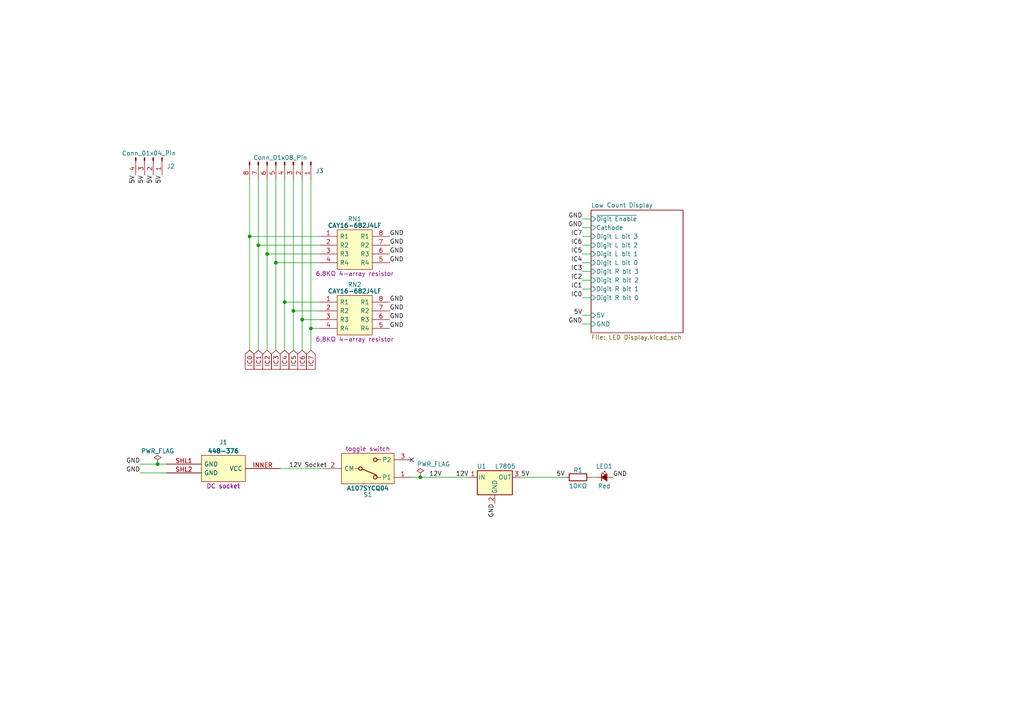
<source format=kicad_sch>
(kicad_sch (version 20231120) (generator "eeschema") (generator_version "8.0")
  (paper "A4")
  (title_block (title "W65C816 Opcode Display") (date "2024-11-28") (rev "V0"))
  (lib_symbols
    (symbol "Bourns:CAY16-682J4LF" (pin_names (offset 0.762))
      (property "Reference" "RN" (at 10.16 5.08 0))
      (property "Value" "CAY16-682J4LF" (at 10.16 3.175 0))
      (property "Description" "6.8KΩ 4-array resistor" (at 10.16 -10.795 0))
      (symbol "CAY16-682J4LF_0_0"
        (pin passive line (at 0 0 0) (length 5.08) (name "R1") (number "1"))
        (pin passive line (at 0 -2.54 0) (length 5.08) (name "R2") (number "2"))
        (pin passive line (at 0 -5.08 0) (length 5.08) (name "R3") (number "3"))
        (pin passive line (at 0 -7.62 0) (length 5.08) (name "R4") (number "4"))
        (pin passive line (at 20.32 -7.62 180) (length 5.08) (name "R4") (number "5"))
        (pin passive line (at 20.32 -5.08 180) (length 5.08) (name "R3") (number "6"))
        (pin passive line (at 20.32 -2.54 180) (length 5.08) (name "R2") (number "7"))
        (pin passive line (at 20.32 0 180) (length 5.08) (name "R1") (number "8"))
      )
      (symbol "CAY16-682J4LF_0_1"
        (polyline (pts (xy 5.08 1.905) (xy 15.24 1.905) (xy 15.24 -9.525) (xy 5.08 -9.525) (xy 5.08 1.905)) (stroke (width 0.1524)) (fill (type background)))
      )
    )
    (symbol "Connector:Conn_01x04_Pin" (pin_names (offset 1.016) hide)
      (property "Reference" "J" (at 0 5.08 0))
      (property "Value" "Conn_01x04_Pin" (at 0 -7.62 0))
      (symbol "Conn_01x04_Pin_1_1"
        (polyline (pts (xy 1.27 -5.08) (xy 0.8636 -5.08)) (stroke (width 0.1524)))
        (polyline (pts (xy 1.27 -2.54) (xy 0.8636 -2.54)) (stroke (width 0.1524)))
        (polyline (pts (xy 1.27 0) (xy 0.8636 0)) (stroke (width 0.1524)))
        (polyline (pts (xy 1.27 2.54) (xy 0.8636 2.54)) (stroke (width 0.1524)))
        (rectangle (start 0.8636 -4.953) (end 0 -5.207) (stroke (width 0.1524)) (fill (type outline)))
        (rectangle (start 0.8636 -2.413) (end 0 -2.667) (stroke (width 0.1524)) (fill (type outline)))
        (rectangle (start 0.8636 0.127) (end 0 -0.127) (stroke (width 0.1524)) (fill (type outline)))
        (rectangle (start 0.8636 2.667) (end 0 2.413) (stroke (width 0.1524)) (fill (type outline)))
        (pin passive line (at 5.08 2.54 180) (length 3.81) (name "Pin_1") (number "1"))
        (pin passive line (at 5.08 0 180) (length 3.81) (name "Pin_2") (number "2"))
        (pin passive line (at 5.08 -2.54 180) (length 3.81) (name "Pin_3") (number "3"))
        (pin passive line (at 5.08 -5.08 180) (length 3.81) (name "Pin_4") (number "4"))
      )
    )
    (symbol "Connector:Conn_01x08_Pin" (pin_names (offset 1.016) hide)
      (property "Reference" "J" (at 0 10.16 0))
      (property "Value" "Conn_01x08_Pin" (at 0 -12.7 0))
      (symbol "Conn_01x08_Pin_1_1"
        (polyline (pts (xy 1.27 -10.16) (xy 0.8636 -10.16)) (stroke (width 0.1524)))
        (polyline (pts (xy 1.27 -7.62) (xy 0.8636 -7.62)) (stroke (width 0.1524)))
        (polyline (pts (xy 1.27 -5.08) (xy 0.8636 -5.08)) (stroke (width 0.1524)))
        (polyline (pts (xy 1.27 -2.54) (xy 0.8636 -2.54)) (stroke (width 0.1524)))
        (polyline (pts (xy 1.27 0) (xy 0.8636 0)) (stroke (width 0.1524)))
        (polyline (pts (xy 1.27 2.54) (xy 0.8636 2.54)) (stroke (width 0.1524)))
        (polyline (pts (xy 1.27 5.08) (xy 0.8636 5.08)) (stroke (width 0.1524)))
        (polyline (pts (xy 1.27 7.62) (xy 0.8636 7.62)) (stroke (width 0.1524)))
        (rectangle (start 0.8636 -10.033) (end 0 -10.287) (stroke (width 0.1524)) (fill (type outline)))
        (rectangle (start 0.8636 -7.493) (end 0 -7.747) (stroke (width 0.1524)) (fill (type outline)))
        (rectangle (start 0.8636 -4.953) (end 0 -5.207) (stroke (width 0.1524)) (fill (type outline)))
        (rectangle (start 0.8636 -2.413) (end 0 -2.667) (stroke (width 0.1524)) (fill (type outline)))
        (rectangle (start 0.8636 0.127) (end 0 -0.127) (stroke (width 0.1524)) (fill (type outline)))
        (rectangle (start 0.8636 2.667) (end 0 2.413) (stroke (width 0.1524)) (fill (type outline)))
        (rectangle (start 0.8636 5.207) (end 0 4.953) (stroke (width 0.1524)) (fill (type outline)))
        (rectangle (start 0.8636 7.747) (end 0 7.493) (stroke (width 0.1524)) (fill (type outline)))
        (pin passive line (at 5.08 7.62 180) (length 3.81) (name "Pin_1") (number "1"))
        (pin passive line (at 5.08 5.08 180) (length 3.81) (name "Pin_2") (number "2"))
        (pin passive line (at 5.08 2.54 180) (length 3.81) (name "Pin_3") (number "3"))
        (pin passive line (at 5.08 0 180) (length 3.81) (name "Pin_4") (number "4"))
        (pin passive line (at 5.08 -2.54 180) (length 3.81) (name "Pin_5") (number "5"))
        (pin passive line (at 5.08 -5.08 180) (length 3.81) (name "Pin_6") (number "6"))
        (pin passive line (at 5.08 -7.62 180) (length 3.81) (name "Pin_7") (number "7"))
        (pin passive line (at 5.08 -10.16 180) (length 3.81) (name "Pin_8") (number "8"))
      )
    )
    (symbol "Device:R" (pin_numbers hide) (pin_names (offset 0))
      (property "Reference" "R" (at 2.032 0 90))
      (property "Value" "R" (at 0 0 90))
      (symbol "R_0_1"
        (rectangle (start -1.016 -2.54) (end 1.016 2.54) (stroke (width 0.254)))
      )
      (symbol "R_1_1"
        (pin passive line (at 0 3.81 270) (length 1.27) (name "~") (number "1"))
        (pin passive line (at 0 -3.81 90) (length 1.27) (name "~") (number "2"))
      )
    )
    (symbol "HCP65:LED" (pin_numbers hide) (pin_names (offset 0.254) hide)
      (property "Reference" "LED" (at 0 3.175 0))
      (property "Value" "Colour" (at 0 -2.54 0))
      (symbol "LED_0_1"
        (polyline (pts (xy -0.762 -1.016) (xy -0.762 1.016)) (stroke (width 0.254)))
        (polyline (pts (xy 0.762 -1.016) (xy -0.762 0) (xy 0.762 1.016) (xy 0.762 -1.016)) (stroke (width 0.254)) (fill (type outline)))
        (polyline (pts (xy 0 0.762) (xy -0.508 1.27) (xy -0.254 1.27) (xy -0.508 1.27) (xy -0.508 1.016)))
        (polyline (pts (xy 0.508 1.27) (xy 0 1.778) (xy 0.254 1.778) (xy 0 1.778) (xy 0 1.524)))
      )
      (symbol "LED_1_1"
        (pin passive line (at -2.54 0 0) (length 1.778) (name "K") (number "1"))
        (pin passive line (at 2.54 0 180) (length 1.778) (name "A") (number "2"))
      )
    )
    (symbol "RS_Components:448-376" (pin_names (offset 0.762))
      (property "Reference" "J" (at 11.43 6.35 0))
      (property "Value" "448-376" (at 11.43 3.81 0))
      (property "Description" "DC socket" (at 11.43 -6.35 0))
      (symbol "448-376_0_1"
        (polyline (pts (xy 5.08 2.54) (xy 17.78 2.54) (xy 17.78 -5.08) (xy 5.08 -5.08) (xy 5.08 2.54)) (stroke (width 0.1524)) (fill (type background)))
      )
      (symbol "448-376_1_0"
        (pin passive line (at -5.08 -1.27 0) (length 10.16) (name "VCC") (number "INNER"))
        (pin passive line (at 27.94 0 180) (length 10.16) (name "GND") (number "SHL1"))
        (pin passive line (at 27.94 -2.54 180) (length 10.16) (name "GND") (number "SHL2"))
      )
    )
    (symbol "Regulator_Linear:L7805" (pin_names (offset 0.254))
      (property "Reference" "U" (at -3.81 3.175 0))
      (property "Value" "L7805" (at 0 3.175 0))
      (symbol "L7805_0_1"
        (rectangle (start -5.08 1.905) (end 5.08 -5.08) (stroke (width 0.254)) (fill (type background)))
      )
      (symbol "L7805_1_1"
        (pin power_in line (at -7.62 0 0) (length 2.54) (name "IN") (number "1"))
        (pin power_in line (at 0 -7.62 90) (length 2.54) (name "GND") (number "2"))
        (pin power_out line (at 7.62 0 180) (length 2.54) (name "OUT") (number "3"))
      )
    )
    (symbol "TE_Connectivity:A107SYCQ04" (pin_names (offset 0.762))
      (property "Reference" "S" (at 12.7 5.08 0))
      (property "Value" "A107SYCQ04" (at 12.7 3.175 0))
      (property "Description" "toggle switch" (at 12.7 -8.255 0))
      (symbol "A107SYCQ04_0_0"
        (pin passive line (at 25.4 0 180) (length 5.08) (name "P1") (number "1"))
        (pin passive line (at 0 -2.54 0) (length 5.08) (name "CM") (number "2"))
        (pin passive line (at 25.4 -5.08 180) (length 5.08) (name "P2") (number "3"))
      )
      (symbol "A107SYCQ04_0_1"
        (polyline (pts (xy 5.08 1.905) (xy 20.32 1.905) (xy 20.32 -6.985) (xy 5.08 -6.985) (xy 5.08 1.905)) (stroke (width 0.1524)) (fill (type background)))
      )
      (symbol "A107SYCQ04_1_1"
        (polyline (pts (xy 8.89 -2.54) (xy 9.906 -2.54)))
        (polyline (pts (xy 11.049 -2.413) (xy 15.24 -0.635)) (stroke (width 0.254)))
        (polyline (pts (xy 16.51 -5.08) (xy 15.494 -5.08)))
        (polyline (pts (xy 16.51 0) (xy 15.494 0)))
        (circle (center 10.541 -2.54) (radius 0.508) (stroke (width 0.254)))
        (circle (center 14.859 -5.08) (radius 0.508) (stroke (width 0.254)))
        (circle (center 14.859 0) (radius 0.508) (stroke (width 0.254)))
      )
    )
    (symbol "power:PWR_FLAG" (power) (pin_numbers hide) (pin_names (offset 0) hide)
      (property "Value" "PWR_FLAG" (at 0 3.81 0))
      (symbol "PWR_FLAG_0_0"
        (pin power_out line (at 0 0 90) (length 0) (name "~") (number "1"))
      )
      (symbol "PWR_FLAG_0_1"
        (polyline (pts (xy 0 0) (xy 0 1.27) (xy -1.016 1.905) (xy 0 2.54) (xy 1.016 1.905) (xy 0 1.27)))
      )
    )
  )
  (junction (at 85.09 90.17))
  (junction (at 90.17 95.25))
  (junction (at 77.47 73.66))
  (junction (at 121.92 138.43))
  (junction (at 80.01 76.2))
  (junction (at 74.93 71.12))
  (junction (at 82.55 87.63))
  (junction (at 87.63 92.71))
  (junction (at 45.72 134.62))
  (junction (at 72.39 68.58))
  (no_connect (at 119.38 133.35))
  (wire (pts (xy 168.91 63.5) (xy 171.45 63.5)))
  (wire (pts (xy 151.13 138.43) (xy 163.83 138.43)))
  (wire (pts (xy 93.98 135.89) (xy 81.28 135.89)))
  (wire (pts (xy 168.91 78.74) (xy 171.45 78.74)))
  (wire (pts (xy 45.72 134.62) (xy 48.26 134.62)))
  (wire (pts (xy 168.91 73.66) (xy 171.45 73.66)))
  (wire (pts (xy 80.01 101.6) (xy 80.01 76.2)))
  (wire (pts (xy 90.17 95.25) (xy 92.71 95.25)))
  (wire (pts (xy 77.47 73.66) (xy 92.71 73.66)))
  (wire (pts (xy 121.92 138.43) (xy 119.38 138.43)))
  (wire (pts (xy 90.17 101.6) (xy 90.17 95.25)))
  (wire (pts (xy 168.91 81.28) (xy 171.45 81.28)))
  (wire (pts (xy 90.17 95.25) (xy 90.17 52.07)))
  (wire (pts (xy 48.26 137.16) (xy 40.64 137.16)))
  (wire (pts (xy 87.63 92.71) (xy 92.71 92.71)))
  (wire (pts (xy 87.63 101.6) (xy 87.63 92.71)))
  (wire (pts (xy 85.09 90.17) (xy 85.09 52.07)))
  (wire (pts (xy 168.91 68.58) (xy 171.45 68.58)))
  (wire (pts (xy 168.91 76.2) (xy 171.45 76.2)))
  (wire (pts (xy 168.91 66.04) (xy 171.45 66.04)))
  (wire (pts (xy 40.64 134.62) (xy 45.72 134.62)))
  (wire (pts (xy 74.93 71.12) (xy 92.71 71.12)))
  (wire (pts (xy 77.47 101.6) (xy 77.47 73.66)))
  (wire (pts (xy 72.39 101.6) (xy 72.39 68.58)))
  (wire (pts (xy 171.45 138.43) (xy 172.72 138.43)))
  (wire (pts (xy 80.01 76.2) (xy 80.01 52.07)))
  (wire (pts (xy 168.91 71.12) (xy 171.45 71.12)))
  (wire (pts (xy 72.39 68.58) (xy 92.71 68.58)))
  (wire (pts (xy 82.55 87.63) (xy 92.71 87.63)))
  (wire (pts (xy 80.01 76.2) (xy 92.71 76.2)))
  (wire (pts (xy 121.92 138.43) (xy 135.89 138.43)))
  (wire (pts (xy 77.47 73.66) (xy 77.47 52.07)))
  (wire (pts (xy 168.91 83.82) (xy 171.45 83.82)))
  (wire (pts (xy 168.91 93.98) (xy 171.45 93.98)))
  (wire (pts (xy 74.93 71.12) (xy 74.93 52.07)))
  (wire (pts (xy 168.91 91.44) (xy 171.45 91.44)))
  (wire (pts (xy 85.09 101.6) (xy 85.09 90.17)))
  (wire (pts (xy 85.09 90.17) (xy 92.71 90.17)))
  (wire (pts (xy 74.93 101.6) (xy 74.93 71.12)))
  (wire (pts (xy 82.55 101.6) (xy 82.55 87.63)))
  (wire (pts (xy 82.55 87.63) (xy 82.55 52.07)))
  (wire (pts (xy 87.63 92.71) (xy 87.63 52.07)))
  (wire (pts (xy 72.39 68.58) (xy 72.39 52.07)))
  (wire (pts (xy 168.91 86.36) (xy 171.45 86.36)))
  (label "GND" (at 113.03 71.12 0))
  (label "5V" (at 41.91 50.8 270))
  (label "GND" (at 168.91 93.98 180))
  (label "IC3" (at 168.91 78.74 180))
  (label "IC5" (at 168.91 73.66 180))
  (label "GND" (at 113.03 95.25 0))
  (label "12V" (at 135.89 138.43 180))
  (label "GND" (at 113.03 87.63 0))
  (label "GND" (at 113.03 92.71 0))
  (label "IC4" (at 168.91 76.2 180))
  (label "GND" (at 40.64 134.62 180))
  (label "GND" (at 168.91 63.5 180))
  (label "5V" (at 151.13 138.43 0))
  (label "IC2" (at 168.91 81.28 180))
  (label "5V" (at 46.99 50.8 270))
  (label "IC6" (at 168.91 71.12 180))
  (label "12V Socket" (at 83.82 135.89 0))
  (label "IC1" (at 168.91 83.82 180))
  (label "IC0" (at 168.91 86.36 180))
  (label "GND" (at 113.03 76.2 0))
  (label "5V" (at 168.91 91.44 180))
  (label "GND" (at 113.03 68.58 0))
  (label "5V" (at 39.37 50.8 270))
  (label "GND" (at 143.51 146.05 270))
  (label "12V" (at 124.46 138.43 0))
  (label "GND" (at 177.8 138.43 0))
  (label "IC7" (at 168.91 68.58 180))
  (label "GND" (at 168.91 66.04 180))
  (label "GND" (at 40.64 137.16 180))
  (label "GND" (at 113.03 90.17 0))
  (label "GND" (at 113.03 73.66 0))
  (label "5V" (at 44.45 50.8 270))
  (label "5V" (at 163.83 138.43 180))
  (global_label "IC2" (shape input) (at 77.47 101.6 270) (property "Intersheetrefs" "${INTERSHEET_REFS}" (effects (hide yes))))
  (global_label "IC7" (shape input) (at 90.17 101.6 270) (property "Intersheetrefs" "${INTERSHEET_REFS}" (effects (hide yes))))
  (global_label "IC5" (shape input) (at 85.09 101.6 270) (property "Intersheetrefs" "${INTERSHEET_REFS}" (effects (hide yes))))
  (global_label "IC6" (shape input) (at 87.63 101.6 270) (property "Intersheetrefs" "${INTERSHEET_REFS}" (effects (hide yes))))
  (global_label "IC4" (shape input) (at 82.55 101.6 270) (property "Intersheetrefs" "${INTERSHEET_REFS}" (effects (hide yes))))
  (global_label "IC3" (shape input) (at 80.01 101.6 270) (property "Intersheetrefs" "${INTERSHEET_REFS}" (effects (hide yes))))
  (global_label "IC0" (shape input) (at 72.39 101.6 270) (property "Intersheetrefs" "${INTERSHEET_REFS}" (effects (hide yes))))
  (global_label "IC1" (shape input) (at 74.93 101.6 270) (property "Intersheetrefs" "${INTERSHEET_REFS}" (effects (hide yes))))
  (symbol (lib_id "Bourns:CAY16-682J4LF") (at 92.71 68.58 0) (unit 1)
    (property "Reference" "RN1" (at 102.87 63.5 0))
    (property "Value" "CAY16-682J4LF" (at 102.87 65.405 0) (effects (font (bold yes))))
    (property "Footprint" "SamacSys_Parts:CAY16-J4" (effects (hide yes)))
    (property "Datasheet" "https://www.bourns.com/pdfs/CATCAY.pdf" (effects (hide yes)))
    (property "Description" "6.8KΩ 4-array resistor" (at 102.87 79.375 0))
    (property "Manufacturer_Name" "Bourns" (effects (hide yes)))
    (property "Silkscreen" "6.8KΩ" (effects (hide yes)))
  )
  (symbol (lib_id "RS_Components:448-376") (at 76.2 134.62 0) (mirror y) (unit 1)
    (property "Reference" "J1" (at 64.77 128.27 0))
    (property "Value" "448-376" (at 64.77 130.81 0) (effects (font (bold yes))))
    (property "Footprint" "SamacSys_Parts:448376" (effects (hide yes)))
    (property "Datasheet" "https://docs.rs-online.com/902a/0900766b81582446.pdf" (effects (hide yes)))
    (property "Description" "DC socket" (at 64.77 140.97 0))
    (property "Height" "11" (effects (hide yes)))
    (property "Manufacturer_Name" "RS Components" (effects (hide yes)))
    (property "Manufacturer_Part_Number" "448-376" (effects (hide yes)))
  )
  (symbol (lib_id "Regulator_Linear:L7805") (at 143.51 138.43 0) (unit 1)
    (property "Reference" "U1" (at 139.7 135.255 0))
    (property "Value" "L7805" (at 143.51 135.255 0) (effects (justify left)))
    (property "Footprint" "SamacSys_Parts:TO-220-3_Vertical" (effects (hide yes)))
    (property "Datasheet" "http://www.st.com/content/ccc/resource/technical/document/datasheet/41/4f/b3/b0/12/d4/47/88/CD00000444.pdf/files/CD00000444.pdf/jcr:content/translations/en.CD00000444.pdf" (effects (hide yes)))
    (property "Description" "Positive 1.5A 35V Linear Regulator, Fixed Output 5V, TO-220/TO-263/TO-252" (effects (hide yes)))
  )
  (symbol (lib_id "power:PWR_FLAG") (at 121.92 138.43 0) (mirror y) (unit 1)
    (property "Reference" "#FLG02" (effects (hide yes)))
    (property "Value" "PWR_FLAG" (at 125.73 134.62 0))
    (property "Description" "Special symbol for telling ERC where power comes from" (effects (hide yes)))
  )
  (symbol (lib_id "TE_Connectivity:A107SYCQ04") (at 93.98 138.43 0) (mirror x) (unit 1)
    (property "Reference" "S1" (at 106.68 143.51 0))
    (property "Value" "A107SYCQ04" (at 106.68 141.605 0) (effects (font (bold yes))))
    (property "Footprint" "SamacSys_Parts:A107SYCQ04" (effects (hide yes)))
    (property "Datasheet" "https://www.te.com/commerce/DocumentDelivery/DDEController?Action=showdoc&DocId=Customer+Drawing%7F1825137%7FA8%7Fpdf%7FEnglish%7FENG_CD_1825137_A8.pdf%7F5-1825137-1" (effects (hide yes)))
    (property "Description" "toggle switch" (at 106.68 130.175 0))
    (property "Height" "28.194" (effects (hide yes)))
    (property "Manufacturer_Name" "TE Connectivity" (effects (hide yes)))
    (property "Manufacturer_Part_Number" "A107SYCQ04" (effects (hide yes)))
    (property "Mouser Part Number" "506-5-1825137-1" (effects (hide yes)))
    (property "Mouser Price/Stock" "https://www.mouser.co.uk/ProductDetail/TE-Connectivity-AMP/A107SYCQ04?qs=9WkjXeXHXGz78jldEjGFKg%3D%3D" (effects (hide yes)))
    (property "Garbage" "Toggle Switches SP ON-OFF-(ON) BAT PC TOGGLE SWITCH" (effects (hide yes)))
  )
  (symbol (lib_id "Device:R") (at 167.64 138.43 270) (mirror x) (unit 1)
    (property "Reference" "R1" (at 167.64 136.398 90))
    (property "Value" "10KΩ" (at 167.64 140.97 90))
    (property "Footprint" "SamacSys_Parts:R_DIN_P7.62mm" (effects (hide yes)))
    (property "Description" "Resistor" (effects (hide yes)))
  )
  (symbol (lib_id "Bourns:CAY16-682J4LF") (at 92.71 87.63 0) (unit 1)
    (property "Reference" "RN2" (at 102.87 82.55 0))
    (property "Value" "CAY16-682J4LF" (at 102.87 84.455 0) (effects (font (bold yes))))
    (property "Footprint" "SamacSys_Parts:CAY16-J4" (effects (hide yes)))
    (property "Datasheet" "https://www.bourns.com/pdfs/CATCAY.pdf" (effects (hide yes)))
    (property "Description" "6.8KΩ 4-array resistor" (at 102.87 98.425 0))
    (property "Manufacturer_Name" "Bourns" (effects (hide yes)))
    (property "Silkscreen" "6.8KΩ" (effects (hide yes)))
  )
  (symbol (lib_id "power:PWR_FLAG") (at 45.72 134.62 0) (mirror y) (unit 1)
    (property "Reference" "#FLG01" (effects (hide yes)))
    (property "Value" "PWR_FLAG" (at 45.72 130.81 0))
    (property "Description" "Special symbol for telling ERC where power comes from" (effects (hide yes)))
  )
  (symbol (lib_id "Connector:Conn_01x08_Pin") (at 82.55 46.99 270) (unit 1)
    (property "Reference" "J3" (at 92.71 49.53 90))
    (property "Value" "Conn_01x08_Pin" (at 81.28 45.72 90))
    (property "Footprint" "Connector_PinHeader_2.54mm:PinHeader_1x08_P2.54mm_Vertical" (effects (hide yes)))
    (property "Description" "Generic connector, single row, 01x08, script generated" (effects (hide yes)))
  )
  (symbol (lib_id "HCP65:LED") (at 175.26 138.43 0) (unit 1)
    (property "Reference" "LED1" (at 175.26 135.255 0))
    (property "Value" "Red" (at 175.26 140.97 0))
    (property "Footprint" "SamacSys_Parts:LED_D5.0mm" (effects (hide yes)))
  )
  (symbol (lib_id "Connector:Conn_01x04_Pin") (at 44.45 45.72 270) (unit 1)
    (property "Reference" "J2" (at 49.53 48.26 90))
    (property "Value" "Conn_01x04_Pin" (at 43.18 44.45 90))
    (property "Footprint" "Connector_PinHeader_2.54mm:PinHeader_1x04_P2.54mm_Vertical" (effects (hide yes)))
    (property "Description" "Generic connector, single row, 01x04, script generated" (effects (hide yes)))
  )
  (sheet (at 171.45 60.96) (size 26.67 35.56) (stroke (width 0.1524))
    (property "Sheetname" "Low Count Display" (at 171.45 60.2484 0) (effects (justify left bottom)))
    (property "Sheetfile" "LED Display.kicad_sch" (at 171.45 97.1046 0) (effects (justify left top)))
    (pin "5V" input (at 171.45 91.44 180))
    (pin "Digit L bit 2" input (at 171.45 71.12 180))
    (pin "Digit L bit 3" input (at 171.45 68.58 180))
    (pin "Digit R bit 1" input (at 171.45 83.82 180))
    (pin "Digit R bit 3" input (at 171.45 78.74 180))
    (pin "GND" input (at 171.45 93.98 180))
    (pin "Digit R bit 2" input (at 171.45 81.28 180))
    (pin "Digit R bit 0" input (at 171.45 86.36 180))
    (pin "Digit L bit 0" input (at 171.45 76.2 180))
    (pin "Digit L bit 1" input (at 171.45 73.66 180))
    (pin "~{Digit Enable}" input (at 171.45 63.5 180))
    (pin "Cathode" input (at 171.45 66.04 180))
  )
)
</source>
